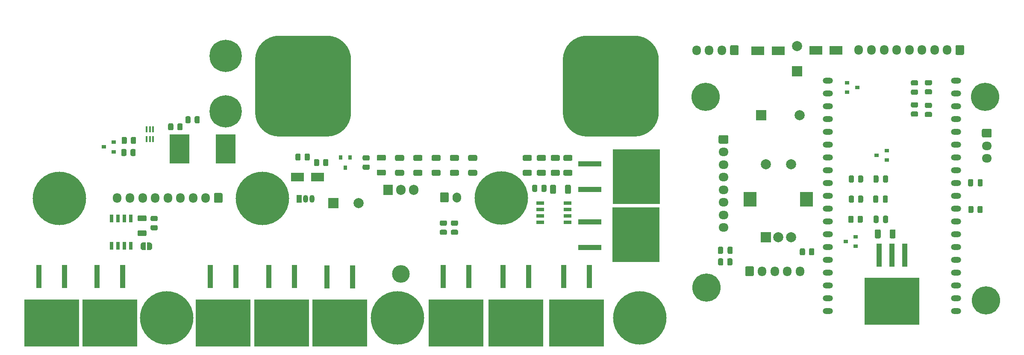
<source format=gbr>
%TF.GenerationSoftware,KiCad,Pcbnew,(5.1.9)-1*%
%TF.CreationDate,2021-02-04T15:38:24+01:00*%
%TF.ProjectId,Spotwelderix,53706f74-7765-46c6-9465-7269782e6b69,v01*%
%TF.SameCoordinates,Original*%
%TF.FileFunction,Soldermask,Top*%
%TF.FilePolarity,Negative*%
%FSLAX46Y46*%
G04 Gerber Fmt 4.6, Leading zero omitted, Abs format (unit mm)*
G04 Created by KiCad (PCBNEW (5.1.9)-1) date 2021-02-04 15:38:24*
%MOMM*%
%LPD*%
G01*
G04 APERTURE LIST*
%ADD10R,0.400000X1.200000*%
%ADD11R,3.940000X5.840000*%
%ADD12R,0.900000X0.800000*%
%ADD13R,0.800000X0.900000*%
%ADD14O,1.700000X1.950000*%
%ADD15C,0.900000*%
%ADD16C,10.600000*%
%ADD17O,1.905000X2.000000*%
%ADD18R,1.905000X2.000000*%
%ADD19O,3.500000X3.500000*%
%ADD20R,1.525000X0.650000*%
%ADD21C,0.100000*%
%ADD22O,1.700000X2.000000*%
%ADD23R,2.500000X1.800000*%
%ADD24C,2.000000*%
%ADD25R,2.000000X2.000000*%
%ADD26R,0.650000X1.525000*%
%ADD27C,0.800000*%
%ADD28C,6.400000*%
%ADD29R,10.800000X9.400000*%
%ADD30R,1.100000X4.600000*%
%ADD31R,9.400000X10.800000*%
%ADD32R,4.600000X1.100000*%
%ADD33O,1.050000X1.500000*%
%ADD34R,1.050000X1.500000*%
%ADD35R,2.500000X3.000000*%
%ADD36O,2.000000X1.200000*%
%ADD37O,1.950000X1.700000*%
%ADD38C,5.600000*%
%ADD39C,3.600000*%
G04 APERTURE END LIST*
%TO.C,R12*%
G36*
G01*
X110712500Y-84150001D02*
X110712500Y-83249999D01*
G75*
G02*
X110962499Y-83000000I249999J0D01*
G01*
X111487501Y-83000000D01*
G75*
G02*
X111737500Y-83249999I0J-249999D01*
G01*
X111737500Y-84150001D01*
G75*
G02*
X111487501Y-84400000I-249999J0D01*
G01*
X110962499Y-84400000D01*
G75*
G02*
X110712500Y-84150001I0J249999D01*
G01*
G37*
G36*
G01*
X108887500Y-84150001D02*
X108887500Y-83249999D01*
G75*
G02*
X109137499Y-83000000I249999J0D01*
G01*
X109662501Y-83000000D01*
G75*
G02*
X109912500Y-83249999I0J-249999D01*
G01*
X109912500Y-84150001D01*
G75*
G02*
X109662501Y-84400000I-249999J0D01*
G01*
X109137499Y-84400000D01*
G75*
G02*
X108887500Y-84150001I0J249999D01*
G01*
G37*
%TD*%
%TO.C,R11*%
G36*
G01*
X107300000Y-85550001D02*
X107300000Y-84649999D01*
G75*
G02*
X107549999Y-84400000I249999J0D01*
G01*
X108075001Y-84400000D01*
G75*
G02*
X108325000Y-84649999I0J-249999D01*
G01*
X108325000Y-85550001D01*
G75*
G02*
X108075001Y-85800000I-249999J0D01*
G01*
X107549999Y-85800000D01*
G75*
G02*
X107300000Y-85550001I0J249999D01*
G01*
G37*
G36*
G01*
X105475000Y-85550001D02*
X105475000Y-84649999D01*
G75*
G02*
X105724999Y-84400000I249999J0D01*
G01*
X106250001Y-84400000D01*
G75*
G02*
X106500000Y-84649999I0J-249999D01*
G01*
X106500000Y-85550001D01*
G75*
G02*
X106250001Y-85800000I-249999J0D01*
G01*
X105724999Y-85800000D01*
G75*
G02*
X105475000Y-85550001I0J249999D01*
G01*
G37*
%TD*%
D10*
%TO.C,IC1*%
X101200000Y-85600000D03*
X101850000Y-85600000D03*
X102500000Y-85600000D03*
X102500000Y-87500000D03*
X101850000Y-87500000D03*
X101200000Y-87500000D03*
%TD*%
D11*
%TO.C,R1*%
X116875000Y-89500000D03*
X107725000Y-89500000D03*
%TD*%
D12*
%TO.C,U2*%
X92700000Y-89100000D03*
X94700000Y-88150000D03*
X94700000Y-90050000D03*
%TD*%
%TO.C,R10*%
G36*
G01*
X97287500Y-87349999D02*
X97287500Y-88250001D01*
G75*
G02*
X97037501Y-88500000I-249999J0D01*
G01*
X96512499Y-88500000D01*
G75*
G02*
X96262500Y-88250001I0J249999D01*
G01*
X96262500Y-87349999D01*
G75*
G02*
X96512499Y-87100000I249999J0D01*
G01*
X97037501Y-87100000D01*
G75*
G02*
X97287500Y-87349999I0J-249999D01*
G01*
G37*
G36*
G01*
X99112500Y-87349999D02*
X99112500Y-88250001D01*
G75*
G02*
X98862501Y-88500000I-249999J0D01*
G01*
X98337499Y-88500000D01*
G75*
G02*
X98087500Y-88250001I0J249999D01*
G01*
X98087500Y-87349999D01*
G75*
G02*
X98337499Y-87100000I249999J0D01*
G01*
X98862501Y-87100000D01*
G75*
G02*
X99112500Y-87349999I0J-249999D01*
G01*
G37*
%TD*%
%TO.C,R9*%
G36*
G01*
X97212500Y-89749999D02*
X97212500Y-90650001D01*
G75*
G02*
X96962501Y-90900000I-249999J0D01*
G01*
X96437499Y-90900000D01*
G75*
G02*
X96187500Y-90650001I0J249999D01*
G01*
X96187500Y-89749999D01*
G75*
G02*
X96437499Y-89500000I249999J0D01*
G01*
X96962501Y-89500000D01*
G75*
G02*
X97212500Y-89749999I0J-249999D01*
G01*
G37*
G36*
G01*
X99037500Y-89749999D02*
X99037500Y-90650001D01*
G75*
G02*
X98787501Y-90900000I-249999J0D01*
G01*
X98262499Y-90900000D01*
G75*
G02*
X98012500Y-90650001I0J249999D01*
G01*
X98012500Y-89749999D01*
G75*
G02*
X98262499Y-89500000I249999J0D01*
G01*
X98787501Y-89500000D01*
G75*
G02*
X99037500Y-89749999I0J-249999D01*
G01*
G37*
%TD*%
%TO.C,R2*%
G36*
G01*
X131712500Y-90649999D02*
X131712500Y-91550001D01*
G75*
G02*
X131462501Y-91800000I-249999J0D01*
G01*
X130937499Y-91800000D01*
G75*
G02*
X130687500Y-91550001I0J249999D01*
G01*
X130687500Y-90649999D01*
G75*
G02*
X130937499Y-90400000I249999J0D01*
G01*
X131462501Y-90400000D01*
G75*
G02*
X131712500Y-90649999I0J-249999D01*
G01*
G37*
G36*
G01*
X133537500Y-90649999D02*
X133537500Y-91550001D01*
G75*
G02*
X133287501Y-91800000I-249999J0D01*
G01*
X132762499Y-91800000D01*
G75*
G02*
X132512500Y-91550001I0J249999D01*
G01*
X132512500Y-90649999D01*
G75*
G02*
X132762499Y-90400000I249999J0D01*
G01*
X133287501Y-90400000D01*
G75*
G02*
X133537500Y-90649999I0J-249999D01*
G01*
G37*
%TD*%
D13*
%TO.C,Q9*%
X140550000Y-93200000D03*
X139600000Y-91200000D03*
X141500000Y-91200000D03*
%TD*%
D14*
%TO.C,P1*%
X95400000Y-99200000D03*
X97900000Y-99200000D03*
X100400000Y-99200000D03*
X102900000Y-99200000D03*
X105400000Y-99200000D03*
X107900000Y-99200000D03*
X110400000Y-99200000D03*
X112900000Y-99200000D03*
G36*
G01*
X116250000Y-98475000D02*
X116250000Y-99925000D01*
G75*
G02*
X116000000Y-100175000I-250000J0D01*
G01*
X114800000Y-100175000D01*
G75*
G02*
X114550000Y-99925000I0J250000D01*
G01*
X114550000Y-98475000D01*
G75*
G02*
X114800000Y-98225000I250000J0D01*
G01*
X116000000Y-98225000D01*
G75*
G02*
X116250000Y-98475000I0J-250000D01*
G01*
G37*
%TD*%
%TO.C,C10*%
G36*
G01*
X154289999Y-93645000D02*
X155590001Y-93645000D01*
G75*
G02*
X155840000Y-93894999I0J-249999D01*
G01*
X155840000Y-94545001D01*
G75*
G02*
X155590001Y-94795000I-249999J0D01*
G01*
X154289999Y-94795000D01*
G75*
G02*
X154040000Y-94545001I0J249999D01*
G01*
X154040000Y-93894999D01*
G75*
G02*
X154289999Y-93645000I249999J0D01*
G01*
G37*
G36*
G01*
X154289999Y-90695000D02*
X155590001Y-90695000D01*
G75*
G02*
X155840000Y-90944999I0J-249999D01*
G01*
X155840000Y-91595001D01*
G75*
G02*
X155590001Y-91845000I-249999J0D01*
G01*
X154289999Y-91845000D01*
G75*
G02*
X154040000Y-91595001I0J249999D01*
G01*
X154040000Y-90944999D01*
G75*
G02*
X154289999Y-90695000I249999J0D01*
G01*
G37*
%TD*%
%TO.C,C8*%
G36*
G01*
X157909999Y-93645000D02*
X159210001Y-93645000D01*
G75*
G02*
X159460000Y-93894999I0J-249999D01*
G01*
X159460000Y-94545001D01*
G75*
G02*
X159210001Y-94795000I-249999J0D01*
G01*
X157909999Y-94795000D01*
G75*
G02*
X157660000Y-94545001I0J249999D01*
G01*
X157660000Y-93894999D01*
G75*
G02*
X157909999Y-93645000I249999J0D01*
G01*
G37*
G36*
G01*
X157909999Y-90695000D02*
X159210001Y-90695000D01*
G75*
G02*
X159460000Y-90944999I0J-249999D01*
G01*
X159460000Y-91595001D01*
G75*
G02*
X159210001Y-91845000I-249999J0D01*
G01*
X157909999Y-91845000D01*
G75*
G02*
X157660000Y-91595001I0J249999D01*
G01*
X157660000Y-90944999D01*
G75*
G02*
X157909999Y-90695000I249999J0D01*
G01*
G37*
%TD*%
%TO.C,C6*%
G36*
G01*
X150669999Y-93645000D02*
X151970001Y-93645000D01*
G75*
G02*
X152220000Y-93894999I0J-249999D01*
G01*
X152220000Y-94545001D01*
G75*
G02*
X151970001Y-94795000I-249999J0D01*
G01*
X150669999Y-94795000D01*
G75*
G02*
X150420000Y-94545001I0J249999D01*
G01*
X150420000Y-93894999D01*
G75*
G02*
X150669999Y-93645000I249999J0D01*
G01*
G37*
G36*
G01*
X150669999Y-90695000D02*
X151970001Y-90695000D01*
G75*
G02*
X152220000Y-90944999I0J-249999D01*
G01*
X152220000Y-91595001D01*
G75*
G02*
X151970001Y-91845000I-249999J0D01*
G01*
X150669999Y-91845000D01*
G75*
G02*
X150420000Y-91595001I0J249999D01*
G01*
X150420000Y-90944999D01*
G75*
G02*
X150669999Y-90695000I249999J0D01*
G01*
G37*
%TD*%
%TO.C,C2*%
G36*
G01*
X147049999Y-93600000D02*
X148350001Y-93600000D01*
G75*
G02*
X148600000Y-93849999I0J-249999D01*
G01*
X148600000Y-94500001D01*
G75*
G02*
X148350001Y-94750000I-249999J0D01*
G01*
X147049999Y-94750000D01*
G75*
G02*
X146800000Y-94500001I0J249999D01*
G01*
X146800000Y-93849999D01*
G75*
G02*
X147049999Y-93600000I249999J0D01*
G01*
G37*
G36*
G01*
X147049999Y-90650000D02*
X148350001Y-90650000D01*
G75*
G02*
X148600000Y-90899999I0J-249999D01*
G01*
X148600000Y-91550001D01*
G75*
G02*
X148350001Y-91800000I-249999J0D01*
G01*
X147049999Y-91800000D01*
G75*
G02*
X146800000Y-91550001I0J249999D01*
G01*
X146800000Y-90899999D01*
G75*
G02*
X147049999Y-90650000I249999J0D01*
G01*
G37*
%TD*%
D15*
%TO.C,H6*%
X174310749Y-96389251D03*
X171500000Y-95225000D03*
X168689251Y-96389251D03*
X167525000Y-99200000D03*
X168689251Y-102010749D03*
X171500000Y-103175000D03*
X174310749Y-102010749D03*
X175475000Y-99200000D03*
D16*
X171500000Y-99200000D03*
%TD*%
D17*
%TO.C,Q10*%
X154080000Y-97600000D03*
X151540000Y-97600000D03*
D18*
X149000000Y-97600000D03*
D19*
X151540000Y-114260000D03*
%TD*%
%TO.C,R4*%
G36*
G01*
X178612500Y-96849999D02*
X178612500Y-97750001D01*
G75*
G02*
X178362501Y-98000000I-249999J0D01*
G01*
X177837499Y-98000000D01*
G75*
G02*
X177587500Y-97750001I0J249999D01*
G01*
X177587500Y-96849999D01*
G75*
G02*
X177837499Y-96600000I249999J0D01*
G01*
X178362501Y-96600000D01*
G75*
G02*
X178612500Y-96849999I0J-249999D01*
G01*
G37*
G36*
G01*
X180437500Y-96849999D02*
X180437500Y-97750001D01*
G75*
G02*
X180187501Y-98000000I-249999J0D01*
G01*
X179662499Y-98000000D01*
G75*
G02*
X179412500Y-97750001I0J249999D01*
G01*
X179412500Y-96849999D01*
G75*
G02*
X179662499Y-96600000I249999J0D01*
G01*
X180187501Y-96600000D01*
G75*
G02*
X180437500Y-96849999I0J-249999D01*
G01*
G37*
%TD*%
D20*
%TO.C,IC3*%
X184600000Y-100200000D03*
X184600000Y-101470000D03*
X184600000Y-102740000D03*
X184600000Y-104010000D03*
X179176000Y-104010000D03*
X179176000Y-102740000D03*
X179176000Y-101470000D03*
X179176000Y-100200000D03*
%TD*%
%TO.C,C12*%
G36*
G01*
X184100000Y-98150001D02*
X184100000Y-96849999D01*
G75*
G02*
X184349999Y-96600000I249999J0D01*
G01*
X185000001Y-96600000D01*
G75*
G02*
X185250000Y-96849999I0J-249999D01*
G01*
X185250000Y-98150001D01*
G75*
G02*
X185000001Y-98400000I-249999J0D01*
G01*
X184349999Y-98400000D01*
G75*
G02*
X184100000Y-98150001I0J249999D01*
G01*
G37*
G36*
G01*
X181150000Y-98150001D02*
X181150000Y-96849999D01*
G75*
G02*
X181399999Y-96600000I249999J0D01*
G01*
X182050001Y-96600000D01*
G75*
G02*
X182300000Y-96849999I0J-249999D01*
G01*
X182300000Y-98150001D01*
G75*
G02*
X182050001Y-98400000I-249999J0D01*
G01*
X181399999Y-98400000D01*
G75*
G02*
X181150000Y-98150001I0J249999D01*
G01*
G37*
%TD*%
%TO.C,R8*%
G36*
G01*
X162650001Y-104712500D02*
X161749999Y-104712500D01*
G75*
G02*
X161500000Y-104462501I0J249999D01*
G01*
X161500000Y-103937499D01*
G75*
G02*
X161749999Y-103687500I249999J0D01*
G01*
X162650001Y-103687500D01*
G75*
G02*
X162900000Y-103937499I0J-249999D01*
G01*
X162900000Y-104462501D01*
G75*
G02*
X162650001Y-104712500I-249999J0D01*
G01*
G37*
G36*
G01*
X162650001Y-106537500D02*
X161749999Y-106537500D01*
G75*
G02*
X161500000Y-106287501I0J249999D01*
G01*
X161500000Y-105762499D01*
G75*
G02*
X161749999Y-105512500I249999J0D01*
G01*
X162650001Y-105512500D01*
G75*
G02*
X162900000Y-105762499I0J-249999D01*
G01*
X162900000Y-106287501D01*
G75*
G02*
X162650001Y-106537500I-249999J0D01*
G01*
G37*
%TD*%
%TO.C,R7*%
G36*
G01*
X159549999Y-105512500D02*
X160450001Y-105512500D01*
G75*
G02*
X160700000Y-105762499I0J-249999D01*
G01*
X160700000Y-106287501D01*
G75*
G02*
X160450001Y-106537500I-249999J0D01*
G01*
X159549999Y-106537500D01*
G75*
G02*
X159300000Y-106287501I0J249999D01*
G01*
X159300000Y-105762499D01*
G75*
G02*
X159549999Y-105512500I249999J0D01*
G01*
G37*
G36*
G01*
X159549999Y-103687500D02*
X160450001Y-103687500D01*
G75*
G02*
X160700000Y-103937499I0J-249999D01*
G01*
X160700000Y-104462501D01*
G75*
G02*
X160450001Y-104712500I-249999J0D01*
G01*
X159549999Y-104712500D01*
G75*
G02*
X159300000Y-104462501I0J249999D01*
G01*
X159300000Y-103937499D01*
G75*
G02*
X159549999Y-103687500I249999J0D01*
G01*
G37*
%TD*%
%TO.C,R6*%
G36*
G01*
X144249999Y-92587500D02*
X145150001Y-92587500D01*
G75*
G02*
X145400000Y-92837499I0J-249999D01*
G01*
X145400000Y-93362501D01*
G75*
G02*
X145150001Y-93612500I-249999J0D01*
G01*
X144249999Y-93612500D01*
G75*
G02*
X144000000Y-93362501I0J249999D01*
G01*
X144000000Y-92837499D01*
G75*
G02*
X144249999Y-92587500I249999J0D01*
G01*
G37*
G36*
G01*
X144249999Y-90762500D02*
X145150001Y-90762500D01*
G75*
G02*
X145400000Y-91012499I0J-249999D01*
G01*
X145400000Y-91537501D01*
G75*
G02*
X145150001Y-91787500I-249999J0D01*
G01*
X144249999Y-91787500D01*
G75*
G02*
X144000000Y-91537501I0J249999D01*
G01*
X144000000Y-91012499D01*
G75*
G02*
X144249999Y-90762500I249999J0D01*
G01*
G37*
%TD*%
%TO.C,R5*%
G36*
G01*
X136187500Y-92650001D02*
X136187500Y-91749999D01*
G75*
G02*
X136437499Y-91500000I249999J0D01*
G01*
X136962501Y-91500000D01*
G75*
G02*
X137212500Y-91749999I0J-249999D01*
G01*
X137212500Y-92650001D01*
G75*
G02*
X136962501Y-92900000I-249999J0D01*
G01*
X136437499Y-92900000D01*
G75*
G02*
X136187500Y-92650001I0J249999D01*
G01*
G37*
G36*
G01*
X134362500Y-92650001D02*
X134362500Y-91749999D01*
G75*
G02*
X134612499Y-91500000I249999J0D01*
G01*
X135137501Y-91500000D01*
G75*
G02*
X135387500Y-91749999I0J-249999D01*
G01*
X135387500Y-92650001D01*
G75*
G02*
X135137501Y-92900000I-249999J0D01*
G01*
X134612499Y-92900000D01*
G75*
G02*
X134362500Y-92650001I0J249999D01*
G01*
G37*
%TD*%
D21*
%TO.C,JP1*%
G36*
X100500000Y-109549398D02*
G01*
X100475466Y-109549398D01*
X100426635Y-109544588D01*
X100378510Y-109535016D01*
X100331555Y-109520772D01*
X100286222Y-109501995D01*
X100242949Y-109478864D01*
X100202150Y-109451604D01*
X100164221Y-109420476D01*
X100129524Y-109385779D01*
X100098396Y-109347850D01*
X100071136Y-109307051D01*
X100048005Y-109263778D01*
X100029228Y-109218445D01*
X100014984Y-109171490D01*
X100005412Y-109123365D01*
X100000602Y-109074534D01*
X100000602Y-109050000D01*
X100000000Y-109050000D01*
X100000000Y-108550000D01*
X100000602Y-108550000D01*
X100000602Y-108525466D01*
X100005412Y-108476635D01*
X100014984Y-108428510D01*
X100029228Y-108381555D01*
X100048005Y-108336222D01*
X100071136Y-108292949D01*
X100098396Y-108252150D01*
X100129524Y-108214221D01*
X100164221Y-108179524D01*
X100202150Y-108148396D01*
X100242949Y-108121136D01*
X100286222Y-108098005D01*
X100331555Y-108079228D01*
X100378510Y-108064984D01*
X100426635Y-108055412D01*
X100475466Y-108050602D01*
X100500000Y-108050602D01*
X100500000Y-108050000D01*
X101000000Y-108050000D01*
X101000000Y-109550000D01*
X100500000Y-109550000D01*
X100500000Y-109549398D01*
G37*
G36*
X101300000Y-108050000D02*
G01*
X101800000Y-108050000D01*
X101800000Y-108050602D01*
X101824534Y-108050602D01*
X101873365Y-108055412D01*
X101921490Y-108064984D01*
X101968445Y-108079228D01*
X102013778Y-108098005D01*
X102057051Y-108121136D01*
X102097850Y-108148396D01*
X102135779Y-108179524D01*
X102170476Y-108214221D01*
X102201604Y-108252150D01*
X102228864Y-108292949D01*
X102251995Y-108336222D01*
X102270772Y-108381555D01*
X102285016Y-108428510D01*
X102294588Y-108476635D01*
X102299398Y-108525466D01*
X102299398Y-108550000D01*
X102300000Y-108550000D01*
X102300000Y-109050000D01*
X102299398Y-109050000D01*
X102299398Y-109074534D01*
X102294588Y-109123365D01*
X102285016Y-109171490D01*
X102270772Y-109218445D01*
X102251995Y-109263778D01*
X102228864Y-109307051D01*
X102201604Y-109347850D01*
X102170476Y-109385779D01*
X102135779Y-109420476D01*
X102097850Y-109451604D01*
X102057051Y-109478864D01*
X102013778Y-109501995D01*
X101968445Y-109520772D01*
X101921490Y-109535016D01*
X101873365Y-109544588D01*
X101824534Y-109549398D01*
X101800000Y-109549398D01*
X101800000Y-109550000D01*
X101300000Y-109550000D01*
X101300000Y-108050000D01*
G37*
%TD*%
D22*
%TO.C,J1*%
X162700000Y-99100000D03*
G36*
G01*
X159350000Y-99850000D02*
X159350000Y-98350000D01*
G75*
G02*
X159600000Y-98100000I250000J0D01*
G01*
X160800000Y-98100000D01*
G75*
G02*
X161050000Y-98350000I0J-250000D01*
G01*
X161050000Y-99850000D01*
G75*
G02*
X160800000Y-100100000I-250000J0D01*
G01*
X159600000Y-100100000D01*
G75*
G02*
X159350000Y-99850000I0J250000D01*
G01*
G37*
%TD*%
D23*
%TO.C,D2*%
X135100000Y-95100000D03*
X131100000Y-95100000D03*
%TD*%
D24*
%TO.C,C14*%
X143200000Y-100200000D03*
D25*
X138200000Y-100200000D03*
%TD*%
%TO.C,C13*%
G36*
G01*
X100950001Y-103825000D02*
X99649999Y-103825000D01*
G75*
G02*
X99400000Y-103575001I0J249999D01*
G01*
X99400000Y-102924999D01*
G75*
G02*
X99649999Y-102675000I249999J0D01*
G01*
X100950001Y-102675000D01*
G75*
G02*
X101200000Y-102924999I0J-249999D01*
G01*
X101200000Y-103575001D01*
G75*
G02*
X100950001Y-103825000I-249999J0D01*
G01*
G37*
G36*
G01*
X100950001Y-106775000D02*
X99649999Y-106775000D01*
G75*
G02*
X99400000Y-106525001I0J249999D01*
G01*
X99400000Y-105874999D01*
G75*
G02*
X99649999Y-105625000I249999J0D01*
G01*
X100950001Y-105625000D01*
G75*
G02*
X101200000Y-105874999I0J-249999D01*
G01*
X101200000Y-106525001D01*
G75*
G02*
X100950001Y-106775000I-249999J0D01*
G01*
G37*
%TD*%
%TO.C,R3*%
G36*
G01*
X103150002Y-103812500D02*
X102249998Y-103812500D01*
G75*
G02*
X102000000Y-103562502I0J249998D01*
G01*
X102000000Y-103037498D01*
G75*
G02*
X102249998Y-102787500I249998J0D01*
G01*
X103150002Y-102787500D01*
G75*
G02*
X103400000Y-103037498I0J-249998D01*
G01*
X103400000Y-103562502D01*
G75*
G02*
X103150002Y-103812500I-249998J0D01*
G01*
G37*
G36*
G01*
X103150002Y-105637500D02*
X102249998Y-105637500D01*
G75*
G02*
X102000000Y-105387502I0J249998D01*
G01*
X102000000Y-104862498D01*
G75*
G02*
X102249998Y-104612500I249998J0D01*
G01*
X103150002Y-104612500D01*
G75*
G02*
X103400000Y-104862498I0J-249998D01*
G01*
X103400000Y-105387502D01*
G75*
G02*
X103150002Y-105637500I-249998J0D01*
G01*
G37*
%TD*%
D26*
%TO.C,IC2*%
X98075000Y-108732000D03*
X96805000Y-108732000D03*
X95535000Y-108732000D03*
X94265000Y-108732000D03*
X94265000Y-103308000D03*
X95535000Y-103308000D03*
X96805000Y-103308000D03*
X98075000Y-103308000D03*
%TD*%
D27*
%TO.C,H7*%
X118537056Y-80322944D03*
X116840000Y-79620000D03*
X115142944Y-80322944D03*
X114440000Y-82020000D03*
X115142944Y-83717056D03*
X116840000Y-84420000D03*
X118537056Y-83717056D03*
X119240000Y-82020000D03*
D28*
X116840000Y-82020000D03*
%TD*%
D27*
%TO.C,H2*%
X118537056Y-69322944D03*
X116840000Y-68620000D03*
X115142944Y-69322944D03*
X114440000Y-71020000D03*
X115142944Y-72717056D03*
X116840000Y-73420000D03*
X118537056Y-72717056D03*
X119240000Y-71020000D03*
D28*
X116840000Y-71020000D03*
%TD*%
D15*
%TO.C,H5*%
X126980749Y-96459251D03*
X124170000Y-95295000D03*
X121359251Y-96459251D03*
X120195000Y-99270000D03*
X121359251Y-102080749D03*
X124170000Y-103245000D03*
X126980749Y-102080749D03*
X128145000Y-99270000D03*
D16*
X124170000Y-99270000D03*
%TD*%
D15*
%TO.C,H4*%
X86710749Y-96459251D03*
X83900000Y-95295000D03*
X81089251Y-96459251D03*
X79925000Y-99270000D03*
X81089251Y-102080749D03*
X83900000Y-103245000D03*
X86710749Y-102080749D03*
X87875000Y-99270000D03*
D16*
X83900000Y-99270000D03*
%TD*%
D15*
%TO.C,H3*%
X153730749Y-120209251D03*
X150920000Y-119045000D03*
X148109251Y-120209251D03*
X146945000Y-123020000D03*
X148109251Y-125830749D03*
X150920000Y-126995000D03*
X153730749Y-125830749D03*
X154895000Y-123020000D03*
D16*
X150920000Y-123020000D03*
%TD*%
D15*
%TO.C,H1*%
X107980749Y-120209251D03*
X105170000Y-119045000D03*
X102359251Y-120209251D03*
X101195000Y-123020000D03*
X102359251Y-125830749D03*
X105170000Y-126995000D03*
X107980749Y-125830749D03*
X109145000Y-123020000D03*
D16*
X105170000Y-123020000D03*
%TD*%
D29*
%TO.C,Q8*%
X127945000Y-123987000D03*
D30*
X125405000Y-114837000D03*
X130485000Y-114837000D03*
%TD*%
D29*
%TO.C,Q7*%
X162540000Y-123987000D03*
D30*
X160000000Y-114837000D03*
X165080000Y-114837000D03*
%TD*%
D29*
%TO.C,Q6*%
X186395000Y-123987000D03*
D30*
X183855000Y-114837000D03*
X188935000Y-114837000D03*
%TD*%
D29*
%TO.C,Q5*%
X93945000Y-123987000D03*
D30*
X91405000Y-114837000D03*
X96485000Y-114837000D03*
%TD*%
D31*
%TO.C,Q4*%
X198175000Y-106525000D03*
D32*
X189025000Y-109065000D03*
X189025000Y-103985000D03*
%TD*%
D29*
%TO.C,Q3*%
X82395000Y-123987000D03*
D30*
X79855000Y-114837000D03*
X84935000Y-114837000D03*
%TD*%
D29*
%TO.C,Q2*%
X174395000Y-123987000D03*
D30*
X171855000Y-114837000D03*
X176935000Y-114837000D03*
%TD*%
D29*
%TO.C,Q1*%
X116395000Y-123987000D03*
D30*
X113855000Y-114837000D03*
X118935000Y-114837000D03*
%TD*%
%TO.C,C1*%
G36*
G01*
X175969999Y-93645000D02*
X177270001Y-93645000D01*
G75*
G02*
X177520000Y-93894999I0J-249999D01*
G01*
X177520000Y-94545001D01*
G75*
G02*
X177270001Y-94795000I-249999J0D01*
G01*
X175969999Y-94795000D01*
G75*
G02*
X175720000Y-94545001I0J249999D01*
G01*
X175720000Y-93894999D01*
G75*
G02*
X175969999Y-93645000I249999J0D01*
G01*
G37*
G36*
G01*
X175969999Y-90695000D02*
X177270001Y-90695000D01*
G75*
G02*
X177520000Y-90944999I0J-249999D01*
G01*
X177520000Y-91595001D01*
G75*
G02*
X177270001Y-91845000I-249999J0D01*
G01*
X175969999Y-91845000D01*
G75*
G02*
X175720000Y-91595001I0J249999D01*
G01*
X175720000Y-90944999D01*
G75*
G02*
X175969999Y-90695000I249999J0D01*
G01*
G37*
%TD*%
%TO.C,C3*%
G36*
G01*
X181519999Y-93645000D02*
X182820001Y-93645000D01*
G75*
G02*
X183070000Y-93894999I0J-249999D01*
G01*
X183070000Y-94545001D01*
G75*
G02*
X182820001Y-94795000I-249999J0D01*
G01*
X181519999Y-94795000D01*
G75*
G02*
X181270000Y-94545001I0J249999D01*
G01*
X181270000Y-93894999D01*
G75*
G02*
X181519999Y-93645000I249999J0D01*
G01*
G37*
G36*
G01*
X181519999Y-90695000D02*
X182820001Y-90695000D01*
G75*
G02*
X183070000Y-90944999I0J-249999D01*
G01*
X183070000Y-91595001D01*
G75*
G02*
X182820001Y-91845000I-249999J0D01*
G01*
X181519999Y-91845000D01*
G75*
G02*
X181270000Y-91595001I0J249999D01*
G01*
X181270000Y-90944999D01*
G75*
G02*
X181519999Y-90695000I249999J0D01*
G01*
G37*
%TD*%
%TO.C,C4*%
G36*
G01*
X161529999Y-90695000D02*
X162830001Y-90695000D01*
G75*
G02*
X163080000Y-90944999I0J-249999D01*
G01*
X163080000Y-91595001D01*
G75*
G02*
X162830001Y-91845000I-249999J0D01*
G01*
X161529999Y-91845000D01*
G75*
G02*
X161280000Y-91595001I0J249999D01*
G01*
X161280000Y-90944999D01*
G75*
G02*
X161529999Y-90695000I249999J0D01*
G01*
G37*
G36*
G01*
X161529999Y-93645000D02*
X162830001Y-93645000D01*
G75*
G02*
X163080000Y-93894999I0J-249999D01*
G01*
X163080000Y-94545001D01*
G75*
G02*
X162830001Y-94795000I-249999J0D01*
G01*
X161529999Y-94795000D01*
G75*
G02*
X161280000Y-94545001I0J249999D01*
G01*
X161280000Y-93894999D01*
G75*
G02*
X161529999Y-93645000I249999J0D01*
G01*
G37*
%TD*%
%TO.C,C5*%
G36*
G01*
X165149999Y-93645000D02*
X166450001Y-93645000D01*
G75*
G02*
X166700000Y-93894999I0J-249999D01*
G01*
X166700000Y-94545001D01*
G75*
G02*
X166450001Y-94795000I-249999J0D01*
G01*
X165149999Y-94795000D01*
G75*
G02*
X164900000Y-94545001I0J249999D01*
G01*
X164900000Y-93894999D01*
G75*
G02*
X165149999Y-93645000I249999J0D01*
G01*
G37*
G36*
G01*
X165149999Y-90695000D02*
X166450001Y-90695000D01*
G75*
G02*
X166700000Y-90944999I0J-249999D01*
G01*
X166700000Y-91595001D01*
G75*
G02*
X166450001Y-91845000I-249999J0D01*
G01*
X165149999Y-91845000D01*
G75*
G02*
X164900000Y-91595001I0J249999D01*
G01*
X164900000Y-90944999D01*
G75*
G02*
X165149999Y-90695000I249999J0D01*
G01*
G37*
%TD*%
%TO.C,C7*%
G36*
G01*
X184019999Y-93645000D02*
X185320001Y-93645000D01*
G75*
G02*
X185570000Y-93894999I0J-249999D01*
G01*
X185570000Y-94545001D01*
G75*
G02*
X185320001Y-94795000I-249999J0D01*
G01*
X184019999Y-94795000D01*
G75*
G02*
X183770000Y-94545001I0J249999D01*
G01*
X183770000Y-93894999D01*
G75*
G02*
X184019999Y-93645000I249999J0D01*
G01*
G37*
G36*
G01*
X184019999Y-90695000D02*
X185320001Y-90695000D01*
G75*
G02*
X185570000Y-90944999I0J-249999D01*
G01*
X185570000Y-91595001D01*
G75*
G02*
X185320001Y-91845000I-249999J0D01*
G01*
X184019999Y-91845000D01*
G75*
G02*
X183770000Y-91595001I0J249999D01*
G01*
X183770000Y-90944999D01*
G75*
G02*
X184019999Y-90695000I249999J0D01*
G01*
G37*
%TD*%
%TO.C,C9*%
G36*
G01*
X178769999Y-93645000D02*
X180070001Y-93645000D01*
G75*
G02*
X180320000Y-93894999I0J-249999D01*
G01*
X180320000Y-94545001D01*
G75*
G02*
X180070001Y-94795000I-249999J0D01*
G01*
X178769999Y-94795000D01*
G75*
G02*
X178520000Y-94545001I0J249999D01*
G01*
X178520000Y-93894999D01*
G75*
G02*
X178769999Y-93645000I249999J0D01*
G01*
G37*
G36*
G01*
X178769999Y-90695000D02*
X180070001Y-90695000D01*
G75*
G02*
X180320000Y-90944999I0J-249999D01*
G01*
X180320000Y-91595001D01*
G75*
G02*
X180070001Y-91845000I-249999J0D01*
G01*
X178769999Y-91845000D01*
G75*
G02*
X178520000Y-91595001I0J249999D01*
G01*
X178520000Y-90944999D01*
G75*
G02*
X178769999Y-90695000I249999J0D01*
G01*
G37*
%TD*%
%TO.C,D1*%
X142040000Y-114850000D03*
X136960000Y-114850000D03*
D29*
X139500000Y-124000000D03*
%TD*%
D32*
%TO.C,D3*%
X189043000Y-92480000D03*
X189043000Y-97560000D03*
D31*
X198193000Y-95020000D03*
%TD*%
%TO.C,F1*%
G36*
G01*
X202675000Y-71767500D02*
X202675000Y-82272500D01*
G75*
G02*
X197922500Y-87025000I-4752500J0D01*
G01*
X188417500Y-87025000D01*
G75*
G02*
X183665000Y-82272500I0J4752500D01*
G01*
X183665000Y-71767500D01*
G75*
G02*
X188417500Y-67015000I4752500J0D01*
G01*
X197922500Y-67015000D01*
G75*
G02*
X202675000Y-71767500I0J-4752500D01*
G01*
G37*
G36*
G01*
X141715000Y-71767500D02*
X141715000Y-82272500D01*
G75*
G02*
X136962500Y-87025000I-4752500J0D01*
G01*
X127457500Y-87025000D01*
G75*
G02*
X122705000Y-82272500I0J4752500D01*
G01*
X122705000Y-71767500D01*
G75*
G02*
X127457500Y-67015000I4752500J0D01*
G01*
X136962500Y-67015000D01*
G75*
G02*
X141715000Y-71767500I0J-4752500D01*
G01*
G37*
%TD*%
D15*
%TO.C,J4*%
X201730749Y-120209251D03*
X198920000Y-119045000D03*
X196109251Y-120209251D03*
X194945000Y-123020000D03*
X196109251Y-125830749D03*
X198920000Y-126995000D03*
X201730749Y-125830749D03*
X202895000Y-123020000D03*
D16*
X198920000Y-123020000D03*
%TD*%
D33*
%TO.C,U1*%
X132670000Y-99400000D03*
X133940000Y-99400000D03*
D34*
X131400000Y-99400000D03*
%TD*%
D25*
%TO.C,ENC1*%
X223850000Y-107000000D03*
D24*
X226350000Y-107000000D03*
X228850000Y-107000000D03*
D35*
X220750000Y-99500000D03*
X231950000Y-99500000D03*
D24*
X223850000Y-92500000D03*
X228850000Y-92500000D03*
%TD*%
D36*
%TO.C,U1*%
X261600000Y-75940000D03*
X236200000Y-75940000D03*
X261600000Y-78480000D03*
X236200000Y-78480000D03*
X261600000Y-81020000D03*
X236200000Y-81020000D03*
X261600000Y-83560000D03*
X236200000Y-83560000D03*
X261600000Y-86100000D03*
X236200000Y-86100000D03*
X261600000Y-88640000D03*
X236200000Y-88640000D03*
X261600000Y-91180000D03*
X236200000Y-91180000D03*
X261600000Y-93720000D03*
X236200000Y-93720000D03*
X261600000Y-96260000D03*
X236200000Y-96260000D03*
X261600000Y-98800000D03*
X236200000Y-98800000D03*
X261600000Y-101340000D03*
X236200000Y-101340000D03*
X261600000Y-103880000D03*
X236200000Y-103880000D03*
X261600000Y-106420000D03*
X236200000Y-106420000D03*
X261600000Y-108960000D03*
X236200000Y-108960000D03*
X261600000Y-111500000D03*
X236200000Y-111500000D03*
X261600000Y-114040000D03*
X236200000Y-114040000D03*
X261600000Y-116580000D03*
X236200000Y-116580000D03*
X261600000Y-119120000D03*
X236200000Y-119120000D03*
X261600000Y-121660000D03*
X236200000Y-121660000D03*
%TD*%
D37*
%TO.C,P1*%
X215500000Y-105100000D03*
X215500000Y-102600000D03*
X215500000Y-100100000D03*
X215500000Y-97600000D03*
X215500000Y-95100000D03*
X215500000Y-92600000D03*
X215500000Y-90100000D03*
G36*
G01*
X214775000Y-86750000D02*
X216225000Y-86750000D01*
G75*
G02*
X216475000Y-87000000I0J-250000D01*
G01*
X216475000Y-88200000D01*
G75*
G02*
X216225000Y-88450000I-250000J0D01*
G01*
X214775000Y-88450000D01*
G75*
G02*
X214525000Y-88200000I0J250000D01*
G01*
X214525000Y-87000000D01*
G75*
G02*
X214775000Y-86750000I250000J0D01*
G01*
G37*
%TD*%
%TO.C,R14*%
G36*
G01*
X216237500Y-112350001D02*
X216237500Y-111449999D01*
G75*
G02*
X216487499Y-111200000I249999J0D01*
G01*
X217012501Y-111200000D01*
G75*
G02*
X217262500Y-111449999I0J-249999D01*
G01*
X217262500Y-112350001D01*
G75*
G02*
X217012501Y-112600000I-249999J0D01*
G01*
X216487499Y-112600000D01*
G75*
G02*
X216237500Y-112350001I0J249999D01*
G01*
G37*
G36*
G01*
X214412500Y-112350001D02*
X214412500Y-111449999D01*
G75*
G02*
X214662499Y-111200000I249999J0D01*
G01*
X215187501Y-111200000D01*
G75*
G02*
X215437500Y-111449999I0J-249999D01*
G01*
X215437500Y-112350001D01*
G75*
G02*
X215187501Y-112600000I-249999J0D01*
G01*
X214662499Y-112600000D01*
G75*
G02*
X214412500Y-112350001I0J249999D01*
G01*
G37*
%TD*%
%TO.C,R12*%
G36*
G01*
X265812500Y-101950001D02*
X265812500Y-101049999D01*
G75*
G02*
X266062499Y-100800000I249999J0D01*
G01*
X266587501Y-100800000D01*
G75*
G02*
X266837500Y-101049999I0J-249999D01*
G01*
X266837500Y-101950001D01*
G75*
G02*
X266587501Y-102200000I-249999J0D01*
G01*
X266062499Y-102200000D01*
G75*
G02*
X265812500Y-101950001I0J249999D01*
G01*
G37*
G36*
G01*
X263987500Y-101950001D02*
X263987500Y-101049999D01*
G75*
G02*
X264237499Y-100800000I249999J0D01*
G01*
X264762501Y-100800000D01*
G75*
G02*
X265012500Y-101049999I0J-249999D01*
G01*
X265012500Y-101950001D01*
G75*
G02*
X264762501Y-102200000I-249999J0D01*
G01*
X264237499Y-102200000D01*
G75*
G02*
X263987500Y-101950001I0J249999D01*
G01*
G37*
%TD*%
%TO.C,R11*%
G36*
G01*
X232437500Y-110350001D02*
X232437500Y-109449999D01*
G75*
G02*
X232687499Y-109200000I249999J0D01*
G01*
X233212501Y-109200000D01*
G75*
G02*
X233462500Y-109449999I0J-249999D01*
G01*
X233462500Y-110350001D01*
G75*
G02*
X233212501Y-110600000I-249999J0D01*
G01*
X232687499Y-110600000D01*
G75*
G02*
X232437500Y-110350001I0J249999D01*
G01*
G37*
G36*
G01*
X230612500Y-110350001D02*
X230612500Y-109449999D01*
G75*
G02*
X230862499Y-109200000I249999J0D01*
G01*
X231387501Y-109200000D01*
G75*
G02*
X231637500Y-109449999I0J-249999D01*
G01*
X231637500Y-110350001D01*
G75*
G02*
X231387501Y-110600000I-249999J0D01*
G01*
X230862499Y-110600000D01*
G75*
G02*
X230612500Y-110350001I0J249999D01*
G01*
G37*
%TD*%
D12*
%TO.C,Q5*%
X242000000Y-77300000D03*
X240000000Y-78250000D03*
X240000000Y-76350000D03*
%TD*%
%TO.C,Q2*%
X245850000Y-90750000D03*
X247850000Y-89800000D03*
X247850000Y-91700000D03*
%TD*%
%TO.C,Q1*%
X239700000Y-107850000D03*
X241700000Y-106900000D03*
X241700000Y-108800000D03*
%TD*%
D14*
%TO.C,P2*%
X242300000Y-69850000D03*
X244800000Y-69850000D03*
X247300000Y-69850000D03*
X249800000Y-69850000D03*
X252300000Y-69850000D03*
X254800000Y-69850000D03*
X257300000Y-69850000D03*
X259800000Y-69850000D03*
G36*
G01*
X263150000Y-69125000D02*
X263150000Y-70575000D01*
G75*
G02*
X262900000Y-70825000I-250000J0D01*
G01*
X261700000Y-70825000D01*
G75*
G02*
X261450000Y-70575000I0J250000D01*
G01*
X261450000Y-69125000D01*
G75*
G02*
X261700000Y-68875000I250000J0D01*
G01*
X262900000Y-68875000D01*
G75*
G02*
X263150000Y-69125000I0J-250000D01*
G01*
G37*
%TD*%
%TO.C,J3*%
X210150000Y-69900000D03*
X212650000Y-69900000D03*
X215150000Y-69900000D03*
G36*
G01*
X218500000Y-69175000D02*
X218500000Y-70625000D01*
G75*
G02*
X218250000Y-70875000I-250000J0D01*
G01*
X217050000Y-70875000D01*
G75*
G02*
X216800000Y-70625000I0J250000D01*
G01*
X216800000Y-69175000D01*
G75*
G02*
X217050000Y-68925000I250000J0D01*
G01*
X218250000Y-68925000D01*
G75*
G02*
X218500000Y-69175000I0J-250000D01*
G01*
G37*
%TD*%
%TO.C,J1*%
X230650000Y-113750000D03*
X228150000Y-113750000D03*
X225650000Y-113750000D03*
X223150000Y-113750000D03*
G36*
G01*
X219800000Y-114475000D02*
X219800000Y-113025000D01*
G75*
G02*
X220050000Y-112775000I250000J0D01*
G01*
X221250000Y-112775000D01*
G75*
G02*
X221500000Y-113025000I0J-250000D01*
G01*
X221500000Y-114475000D01*
G75*
G02*
X221250000Y-114725000I-250000J0D01*
G01*
X220050000Y-114725000D01*
G75*
G02*
X219800000Y-114475000I0J250000D01*
G01*
G37*
%TD*%
%TO.C,C7*%
G36*
G01*
X216300000Y-110075000D02*
X216300000Y-109125000D01*
G75*
G02*
X216550000Y-108875000I250000J0D01*
G01*
X217050000Y-108875000D01*
G75*
G02*
X217300000Y-109125000I0J-250000D01*
G01*
X217300000Y-110075000D01*
G75*
G02*
X217050000Y-110325000I-250000J0D01*
G01*
X216550000Y-110325000D01*
G75*
G02*
X216300000Y-110075000I0J250000D01*
G01*
G37*
G36*
G01*
X214400000Y-110075000D02*
X214400000Y-109125000D01*
G75*
G02*
X214650000Y-108875000I250000J0D01*
G01*
X215150000Y-108875000D01*
G75*
G02*
X215400000Y-109125000I0J-250000D01*
G01*
X215400000Y-110075000D01*
G75*
G02*
X215150000Y-110325000I-250000J0D01*
G01*
X214650000Y-110325000D01*
G75*
G02*
X214400000Y-110075000I0J250000D01*
G01*
G37*
%TD*%
D37*
%TO.C,J2*%
X267650000Y-91350000D03*
X267650000Y-88850000D03*
G36*
G01*
X266925000Y-85500000D02*
X268375000Y-85500000D01*
G75*
G02*
X268625000Y-85750000I0J-250000D01*
G01*
X268625000Y-86950000D01*
G75*
G02*
X268375000Y-87200000I-250000J0D01*
G01*
X266925000Y-87200000D01*
G75*
G02*
X266675000Y-86950000I0J250000D01*
G01*
X266675000Y-85750000D01*
G75*
G02*
X266925000Y-85500000I250000J0D01*
G01*
G37*
%TD*%
D23*
%TO.C,D3*%
X222300000Y-70050000D03*
X226300000Y-70050000D03*
%TD*%
%TO.C,D2*%
X233800000Y-69950000D03*
X237800000Y-69950000D03*
%TD*%
D24*
%TO.C,BZ1*%
X230550000Y-82800000D03*
D25*
X222950000Y-82800000D03*
%TD*%
D24*
%TO.C,C4*%
X230050000Y-69050000D03*
D25*
X230050000Y-74050000D03*
%TD*%
%TO.C,R1*%
G36*
G01*
X241337500Y-94999999D02*
X241337500Y-95900001D01*
G75*
G02*
X241087501Y-96150000I-249999J0D01*
G01*
X240562499Y-96150000D01*
G75*
G02*
X240312500Y-95900001I0J249999D01*
G01*
X240312500Y-94999999D01*
G75*
G02*
X240562499Y-94750000I249999J0D01*
G01*
X241087501Y-94750000D01*
G75*
G02*
X241337500Y-94999999I0J-249999D01*
G01*
G37*
G36*
G01*
X243162500Y-94999999D02*
X243162500Y-95900001D01*
G75*
G02*
X242912501Y-96150000I-249999J0D01*
G01*
X242387499Y-96150000D01*
G75*
G02*
X242137500Y-95900001I0J249999D01*
G01*
X242137500Y-94999999D01*
G75*
G02*
X242387499Y-94750000I249999J0D01*
G01*
X242912501Y-94750000D01*
G75*
G02*
X243162500Y-94999999I0J-249999D01*
G01*
G37*
%TD*%
%TO.C,C5*%
G36*
G01*
X248425000Y-107000001D02*
X248425000Y-105699999D01*
G75*
G02*
X248674999Y-105450000I249999J0D01*
G01*
X249325001Y-105450000D01*
G75*
G02*
X249575000Y-105699999I0J-249999D01*
G01*
X249575000Y-107000001D01*
G75*
G02*
X249325001Y-107250000I-249999J0D01*
G01*
X248674999Y-107250000D01*
G75*
G02*
X248425000Y-107000001I0J249999D01*
G01*
G37*
G36*
G01*
X245475000Y-107000001D02*
X245475000Y-105699999D01*
G75*
G02*
X245724999Y-105450000I249999J0D01*
G01*
X246375001Y-105450000D01*
G75*
G02*
X246625000Y-105699999I0J-249999D01*
G01*
X246625000Y-107000001D01*
G75*
G02*
X246375001Y-107250000I-249999J0D01*
G01*
X245724999Y-107250000D01*
G75*
G02*
X245475000Y-107000001I0J249999D01*
G01*
G37*
%TD*%
%TO.C,R3*%
G36*
G01*
X241250000Y-102999999D02*
X241250000Y-103900001D01*
G75*
G02*
X241000001Y-104150000I-249999J0D01*
G01*
X240474999Y-104150000D01*
G75*
G02*
X240225000Y-103900001I0J249999D01*
G01*
X240225000Y-102999999D01*
G75*
G02*
X240474999Y-102750000I249999J0D01*
G01*
X241000001Y-102750000D01*
G75*
G02*
X241250000Y-102999999I0J-249999D01*
G01*
G37*
G36*
G01*
X243075000Y-102999999D02*
X243075000Y-103900001D01*
G75*
G02*
X242825001Y-104150000I-249999J0D01*
G01*
X242299999Y-104150000D01*
G75*
G02*
X242050000Y-103900001I0J249999D01*
G01*
X242050000Y-102999999D01*
G75*
G02*
X242299999Y-102750000I249999J0D01*
G01*
X242825001Y-102750000D01*
G75*
G02*
X243075000Y-102999999I0J-249999D01*
G01*
G37*
%TD*%
%TO.C,C3*%
G36*
G01*
X246200000Y-102975000D02*
X246200000Y-103925000D01*
G75*
G02*
X245950000Y-104175000I-250000J0D01*
G01*
X245450000Y-104175000D01*
G75*
G02*
X245200000Y-103925000I0J250000D01*
G01*
X245200000Y-102975000D01*
G75*
G02*
X245450000Y-102725000I250000J0D01*
G01*
X245950000Y-102725000D01*
G75*
G02*
X246200000Y-102975000I0J-250000D01*
G01*
G37*
G36*
G01*
X248100000Y-102975000D02*
X248100000Y-103925000D01*
G75*
G02*
X247850000Y-104175000I-250000J0D01*
G01*
X247350000Y-104175000D01*
G75*
G02*
X247100000Y-103925000I0J250000D01*
G01*
X247100000Y-102975000D01*
G75*
G02*
X247350000Y-102725000I250000J0D01*
G01*
X247850000Y-102725000D01*
G75*
G02*
X248100000Y-102975000I0J-250000D01*
G01*
G37*
%TD*%
%TO.C,C2*%
G36*
G01*
X247050000Y-99925000D02*
X247050000Y-98975000D01*
G75*
G02*
X247300000Y-98725000I250000J0D01*
G01*
X247800000Y-98725000D01*
G75*
G02*
X248050000Y-98975000I0J-250000D01*
G01*
X248050000Y-99925000D01*
G75*
G02*
X247800000Y-100175000I-250000J0D01*
G01*
X247300000Y-100175000D01*
G75*
G02*
X247050000Y-99925000I0J250000D01*
G01*
G37*
G36*
G01*
X245150000Y-99925000D02*
X245150000Y-98975000D01*
G75*
G02*
X245400000Y-98725000I250000J0D01*
G01*
X245900000Y-98725000D01*
G75*
G02*
X246150000Y-98975000I0J-250000D01*
G01*
X246150000Y-99925000D01*
G75*
G02*
X245900000Y-100175000I-250000J0D01*
G01*
X245400000Y-100175000D01*
G75*
G02*
X245150000Y-99925000I0J250000D01*
G01*
G37*
%TD*%
%TO.C,C1*%
G36*
G01*
X246200000Y-94975000D02*
X246200000Y-95925000D01*
G75*
G02*
X245950000Y-96175000I-250000J0D01*
G01*
X245450000Y-96175000D01*
G75*
G02*
X245200000Y-95925000I0J250000D01*
G01*
X245200000Y-94975000D01*
G75*
G02*
X245450000Y-94725000I250000J0D01*
G01*
X245950000Y-94725000D01*
G75*
G02*
X246200000Y-94975000I0J-250000D01*
G01*
G37*
G36*
G01*
X248100000Y-94975000D02*
X248100000Y-95925000D01*
G75*
G02*
X247850000Y-96175000I-250000J0D01*
G01*
X247350000Y-96175000D01*
G75*
G02*
X247100000Y-95925000I0J250000D01*
G01*
X247100000Y-94975000D01*
G75*
G02*
X247350000Y-94725000I250000J0D01*
G01*
X247850000Y-94725000D01*
G75*
G02*
X248100000Y-94975000I0J-250000D01*
G01*
G37*
%TD*%
%TO.C,R2*%
G36*
G01*
X241337500Y-98999999D02*
X241337500Y-99900001D01*
G75*
G02*
X241087501Y-100150000I-249999J0D01*
G01*
X240562499Y-100150000D01*
G75*
G02*
X240312500Y-99900001I0J249999D01*
G01*
X240312500Y-98999999D01*
G75*
G02*
X240562499Y-98750000I249999J0D01*
G01*
X241087501Y-98750000D01*
G75*
G02*
X241337500Y-98999999I0J-249999D01*
G01*
G37*
G36*
G01*
X243162500Y-98999999D02*
X243162500Y-99900001D01*
G75*
G02*
X242912501Y-100150000I-249999J0D01*
G01*
X242387499Y-100150000D01*
G75*
G02*
X242137500Y-99900001I0J249999D01*
G01*
X242137500Y-98999999D01*
G75*
G02*
X242387499Y-98750000I249999J0D01*
G01*
X242912501Y-98750000D01*
G75*
G02*
X243162500Y-98999999I0J-249999D01*
G01*
G37*
%TD*%
%TO.C,R6*%
G36*
G01*
X252877999Y-77698500D02*
X253778001Y-77698500D01*
G75*
G02*
X254028000Y-77948499I0J-249999D01*
G01*
X254028000Y-78473501D01*
G75*
G02*
X253778001Y-78723500I-249999J0D01*
G01*
X252877999Y-78723500D01*
G75*
G02*
X252628000Y-78473501I0J249999D01*
G01*
X252628000Y-77948499D01*
G75*
G02*
X252877999Y-77698500I249999J0D01*
G01*
G37*
G36*
G01*
X252877999Y-75873500D02*
X253778001Y-75873500D01*
G75*
G02*
X254028000Y-76123499I0J-249999D01*
G01*
X254028000Y-76648501D01*
G75*
G02*
X253778001Y-76898500I-249999J0D01*
G01*
X252877999Y-76898500D01*
G75*
G02*
X252628000Y-76648501I0J249999D01*
G01*
X252628000Y-76123499D01*
G75*
G02*
X252877999Y-75873500I249999J0D01*
G01*
G37*
%TD*%
D38*
%TO.C,H3*%
X267450000Y-119500000D03*
D39*
X267450000Y-119500000D03*
%TD*%
%TO.C,C6*%
G36*
G01*
X265850000Y-96675000D02*
X265850000Y-95725000D01*
G75*
G02*
X266100000Y-95475000I250000J0D01*
G01*
X266600000Y-95475000D01*
G75*
G02*
X266850000Y-95725000I0J-250000D01*
G01*
X266850000Y-96675000D01*
G75*
G02*
X266600000Y-96925000I-250000J0D01*
G01*
X266100000Y-96925000D01*
G75*
G02*
X265850000Y-96675000I0J250000D01*
G01*
G37*
G36*
G01*
X263950000Y-96675000D02*
X263950000Y-95725000D01*
G75*
G02*
X264200000Y-95475000I250000J0D01*
G01*
X264700000Y-95475000D01*
G75*
G02*
X264950000Y-95725000I0J-250000D01*
G01*
X264950000Y-96675000D01*
G75*
G02*
X264700000Y-96925000I-250000J0D01*
G01*
X264200000Y-96925000D01*
G75*
G02*
X263950000Y-96675000I0J250000D01*
G01*
G37*
%TD*%
D38*
%TO.C,H1*%
X212100000Y-117000000D03*
D39*
X212100000Y-117000000D03*
%TD*%
D38*
%TO.C,H4*%
X211950000Y-79150000D03*
D39*
X211950000Y-79150000D03*
%TD*%
D38*
%TO.C,H2*%
X267350000Y-79150000D03*
D39*
X267350000Y-79150000D03*
%TD*%
%TO.C,R9*%
G36*
G01*
X255637999Y-82149500D02*
X256538001Y-82149500D01*
G75*
G02*
X256788000Y-82399499I0J-249999D01*
G01*
X256788000Y-82924501D01*
G75*
G02*
X256538001Y-83174500I-249999J0D01*
G01*
X255637999Y-83174500D01*
G75*
G02*
X255388000Y-82924501I0J249999D01*
G01*
X255388000Y-82399499D01*
G75*
G02*
X255637999Y-82149500I249999J0D01*
G01*
G37*
G36*
G01*
X255637999Y-80324500D02*
X256538001Y-80324500D01*
G75*
G02*
X256788000Y-80574499I0J-249999D01*
G01*
X256788000Y-81099501D01*
G75*
G02*
X256538001Y-81349500I-249999J0D01*
G01*
X255637999Y-81349500D01*
G75*
G02*
X255388000Y-81099501I0J249999D01*
G01*
X255388000Y-80574499D01*
G75*
G02*
X255637999Y-80324500I249999J0D01*
G01*
G37*
%TD*%
D29*
%TO.C,U3*%
X248890000Y-119750000D03*
D30*
X246350000Y-110600000D03*
X248890000Y-110600000D03*
X251430000Y-110600000D03*
%TD*%
%TO.C,R8*%
G36*
G01*
X255637999Y-77648000D02*
X256538001Y-77648000D01*
G75*
G02*
X256788000Y-77897999I0J-249999D01*
G01*
X256788000Y-78423001D01*
G75*
G02*
X256538001Y-78673000I-249999J0D01*
G01*
X255637999Y-78673000D01*
G75*
G02*
X255388000Y-78423001I0J249999D01*
G01*
X255388000Y-77897999D01*
G75*
G02*
X255637999Y-77648000I249999J0D01*
G01*
G37*
G36*
G01*
X255637999Y-75823000D02*
X256538001Y-75823000D01*
G75*
G02*
X256788000Y-76072999I0J-249999D01*
G01*
X256788000Y-76598001D01*
G75*
G02*
X256538001Y-76848000I-249999J0D01*
G01*
X255637999Y-76848000D01*
G75*
G02*
X255388000Y-76598001I0J249999D01*
G01*
X255388000Y-76072999D01*
G75*
G02*
X255637999Y-75823000I249999J0D01*
G01*
G37*
%TD*%
%TO.C,R7*%
G36*
G01*
X252877999Y-82049500D02*
X253778001Y-82049500D01*
G75*
G02*
X254028000Y-82299499I0J-249999D01*
G01*
X254028000Y-82824501D01*
G75*
G02*
X253778001Y-83074500I-249999J0D01*
G01*
X252877999Y-83074500D01*
G75*
G02*
X252628000Y-82824501I0J249999D01*
G01*
X252628000Y-82299499D01*
G75*
G02*
X252877999Y-82049500I249999J0D01*
G01*
G37*
G36*
G01*
X252877999Y-80224500D02*
X253778001Y-80224500D01*
G75*
G02*
X254028000Y-80474499I0J-249999D01*
G01*
X254028000Y-80999501D01*
G75*
G02*
X253778001Y-81249500I-249999J0D01*
G01*
X252877999Y-81249500D01*
G75*
G02*
X252628000Y-80999501I0J249999D01*
G01*
X252628000Y-80474499D01*
G75*
G02*
X252877999Y-80224500I249999J0D01*
G01*
G37*
%TD*%
M02*

</source>
